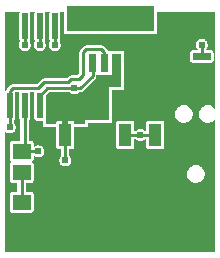
<source format=gbr>
G04 start of page 2 for group 0 idx 0 *
G04 Title: (unknown), top *
G04 Creator: pcb 4.0.2 *
G04 CreationDate: Mon Jan 25 18:06:35 2021 UTC *
G04 For: ndholmes *
G04 Format: Gerber/RS-274X *
G04 PCB-Dimensions (mil): 950.00 1050.00 *
G04 PCB-Coordinate-Origin: lower left *
%MOIN*%
%FSLAX25Y25*%
%LNTOP*%
%ADD16C,0.0390*%
%ADD15C,0.0120*%
%ADD14C,0.0240*%
%ADD13C,0.0200*%
%ADD12C,0.0100*%
%ADD11C,0.0001*%
G54D11*G36*
X48000Y78500D02*X51000D01*
Y67500D01*
X48000D01*
Y78500D01*
G37*
G36*
X51000Y67500D02*X39838D01*
X42478Y70139D01*
X42517Y70172D01*
X42649Y70328D01*
X42649Y70328D01*
X42756Y70502D01*
X42835Y70692D01*
X42882Y70890D01*
X42898Y71094D01*
X42894Y71145D01*
Y71458D01*
X42932Y71458D01*
X43085Y71495D01*
X43098Y71500D01*
X44028D01*
X44041Y71495D01*
X44194Y71458D01*
X44350Y71449D01*
X46869Y71458D01*
X47022Y71495D01*
X47035Y71500D01*
X51000D01*
Y67500D01*
G37*
G36*
X78000Y56329D02*X78261Y56106D01*
X78657Y55863D01*
X79086Y55686D01*
X79537Y55577D01*
X80000Y55541D01*
X80463Y55577D01*
X80914Y55686D01*
X81343Y55863D01*
X81739Y56106D01*
X82092Y56408D01*
X82394Y56761D01*
X82500Y56934D01*
Y12500D01*
X78000D01*
Y36329D01*
X78092Y36408D01*
X78394Y36761D01*
X78637Y37157D01*
X78814Y37586D01*
X78923Y38037D01*
X78950Y38500D01*
X78923Y38963D01*
X78814Y39414D01*
X78637Y39843D01*
X78394Y40239D01*
X78092Y40592D01*
X78000Y40671D01*
Y56329D01*
G37*
G36*
Y92500D02*X82500D01*
Y60066D01*
X82394Y60239D01*
X82092Y60592D01*
X81739Y60894D01*
X81343Y61137D01*
X80914Y61314D01*
X80463Y61423D01*
X80000Y61459D01*
X79537Y61423D01*
X79086Y61314D01*
X78657Y61137D01*
X78261Y60894D01*
X78000Y60671D01*
Y75524D01*
X81110Y75529D01*
X81263Y75566D01*
X81408Y75626D01*
X81542Y75708D01*
X81662Y75810D01*
X81764Y75930D01*
X81847Y76064D01*
X81907Y76210D01*
X81943Y76363D01*
X81953Y76520D01*
X81943Y78842D01*
X81907Y78995D01*
X81847Y79140D01*
X81764Y79275D01*
X81662Y79394D01*
X81542Y79497D01*
X81408Y79579D01*
X81263Y79639D01*
X81110Y79676D01*
X80953Y79685D01*
X79300Y79683D01*
Y79980D01*
X79419Y80081D01*
X79623Y80321D01*
X79788Y80589D01*
X79908Y80880D01*
X79981Y81186D01*
X80000Y81500D01*
X79981Y81814D01*
X79908Y82120D01*
X79788Y82411D01*
X79623Y82679D01*
X79419Y82919D01*
X79179Y83123D01*
X78911Y83288D01*
X78620Y83408D01*
X78314Y83481D01*
X78000Y83506D01*
Y92500D01*
G37*
G36*
X71995D02*X78000D01*
Y83506D01*
X77686Y83481D01*
X77380Y83408D01*
X77089Y83288D01*
X76821Y83123D01*
X76581Y82919D01*
X76377Y82679D01*
X76212Y82411D01*
X76092Y82120D01*
X76019Y81814D01*
X75994Y81500D01*
X76019Y81186D01*
X76092Y80880D01*
X76212Y80589D01*
X76377Y80321D01*
X76581Y80081D01*
X76700Y79980D01*
Y79679D01*
X74890Y79676D01*
X74737Y79639D01*
X74592Y79579D01*
X74458Y79497D01*
X74338Y79394D01*
X74236Y79275D01*
X74153Y79140D01*
X74093Y78995D01*
X74057Y78842D01*
X74047Y78685D01*
X74057Y76363D01*
X74093Y76210D01*
X74153Y76064D01*
X74236Y75930D01*
X74338Y75810D01*
X74458Y75708D01*
X74592Y75626D01*
X74737Y75566D01*
X74890Y75529D01*
X75047Y75520D01*
X78000Y75524D01*
Y60671D01*
X77908Y60592D01*
X77606Y60239D01*
X77363Y59843D01*
X77186Y59414D01*
X77077Y58963D01*
X77041Y58500D01*
X77077Y58037D01*
X77186Y57586D01*
X77363Y57157D01*
X77606Y56761D01*
X77908Y56408D01*
X78000Y56329D01*
Y40671D01*
X77739Y40894D01*
X77343Y41137D01*
X76914Y41314D01*
X76463Y41423D01*
X76000Y41459D01*
X75537Y41423D01*
X75086Y41314D01*
X74657Y41137D01*
X74261Y40894D01*
X73908Y40592D01*
X73606Y40239D01*
X73363Y39843D01*
X73186Y39414D01*
X73077Y38963D01*
X73041Y38500D01*
X73077Y38037D01*
X73186Y37586D01*
X73363Y37157D01*
X73606Y36761D01*
X73908Y36408D01*
X74261Y36106D01*
X74657Y35863D01*
X75086Y35686D01*
X75537Y35577D01*
X76000Y35541D01*
X76463Y35577D01*
X76914Y35686D01*
X77343Y35863D01*
X77739Y36106D01*
X78000Y36329D01*
Y12500D01*
X71995D01*
Y55541D01*
X72000Y55541D01*
X72463Y55577D01*
X72914Y55686D01*
X73343Y55863D01*
X73739Y56106D01*
X74092Y56408D01*
X74394Y56761D01*
X74637Y57157D01*
X74814Y57586D01*
X74923Y58037D01*
X74950Y58500D01*
X74923Y58963D01*
X74814Y59414D01*
X74637Y59843D01*
X74394Y60239D01*
X74092Y60592D01*
X73739Y60894D01*
X73343Y61137D01*
X72914Y61314D01*
X72463Y61423D01*
X72000Y61459D01*
X71995Y61459D01*
Y92500D01*
G37*
G36*
X57500Y85000D02*X63000D01*
Y92500D01*
X71995D01*
Y61459D01*
X71537Y61423D01*
X71086Y61314D01*
X70657Y61137D01*
X70261Y60894D01*
X69908Y60592D01*
X69606Y60239D01*
X69363Y59843D01*
X69186Y59414D01*
X69077Y58963D01*
X69041Y58500D01*
X69077Y58037D01*
X69186Y57586D01*
X69363Y57157D01*
X69606Y56761D01*
X69908Y56408D01*
X70261Y56106D01*
X70657Y55863D01*
X71086Y55686D01*
X71537Y55577D01*
X71995Y55541D01*
Y12500D01*
X57500D01*
Y49494D01*
X57814Y49519D01*
X58120Y49592D01*
X58411Y49712D01*
X58679Y49877D01*
X58919Y50081D01*
X59020Y50200D01*
X59456D01*
X59459Y47593D01*
X59496Y47440D01*
X59556Y47295D01*
X59638Y47160D01*
X59741Y47041D01*
X59860Y46938D01*
X59995Y46856D01*
X60140Y46796D01*
X60293Y46759D01*
X60450Y46750D01*
X64707Y46759D01*
X64860Y46796D01*
X65005Y46856D01*
X65140Y46938D01*
X65259Y47041D01*
X65362Y47160D01*
X65444Y47295D01*
X65504Y47440D01*
X65541Y47593D01*
X65550Y47750D01*
X65541Y55407D01*
X65504Y55560D01*
X65444Y55705D01*
X65362Y55840D01*
X65259Y55959D01*
X65140Y56062D01*
X65005Y56144D01*
X64860Y56204D01*
X64707Y56241D01*
X64550Y56250D01*
X60293Y56241D01*
X60140Y56204D01*
X59995Y56144D01*
X59860Y56062D01*
X59741Y55959D01*
X59638Y55840D01*
X59556Y55705D01*
X59496Y55560D01*
X59459Y55407D01*
X59450Y55250D01*
X59453Y52800D01*
X59020D01*
X58919Y52919D01*
X58679Y53123D01*
X58411Y53288D01*
X58120Y53408D01*
X57814Y53481D01*
X57500Y53506D01*
Y85000D01*
G37*
G36*
X17225Y65700D02*X17207Y65626D01*
X17200Y65500D01*
X17207Y56874D01*
X17237Y56752D01*
X17285Y56636D01*
X17351Y56528D01*
X17433Y56433D01*
X17500Y56375D01*
Y49597D01*
X14891Y49593D01*
X14738Y49556D01*
X14593Y49496D01*
X14458Y49414D01*
X14339Y49311D01*
X14236Y49192D01*
X14154Y49057D01*
X14094Y48912D01*
X14057Y48759D01*
X14048Y48602D01*
X14057Y43327D01*
X14094Y43174D01*
X14154Y43029D01*
X14236Y42894D01*
X14339Y42775D01*
X14458Y42672D01*
X14593Y42590D01*
X14738Y42530D01*
X14863Y42500D01*
X14738Y42470D01*
X14593Y42410D01*
X14458Y42328D01*
X14339Y42225D01*
X14236Y42106D01*
X14154Y41971D01*
X14094Y41826D01*
X14057Y41673D01*
X14048Y41516D01*
X14057Y36241D01*
X14094Y36088D01*
X14154Y35943D01*
X14236Y35808D01*
X14339Y35689D01*
X14458Y35586D01*
X14593Y35504D01*
X14738Y35444D01*
X14891Y35407D01*
X15048Y35398D01*
X16500Y35400D01*
Y32595D01*
X14891Y32593D01*
X14738Y32556D01*
X14593Y32496D01*
X14458Y32414D01*
X14339Y32311D01*
X14236Y32192D01*
X14154Y32057D01*
X14094Y31912D01*
X14057Y31759D01*
X14048Y31602D01*
X14057Y26327D01*
X14094Y26174D01*
X14154Y26029D01*
X14236Y25894D01*
X14339Y25775D01*
X14458Y25672D01*
X14593Y25590D01*
X14738Y25530D01*
X14891Y25493D01*
X15048Y25484D01*
X21109Y25493D01*
X21262Y25530D01*
X21407Y25590D01*
X21542Y25672D01*
X21661Y25775D01*
X21764Y25894D01*
X21846Y26029D01*
X21906Y26174D01*
X21943Y26327D01*
X21952Y26484D01*
X21943Y31759D01*
X21906Y31912D01*
X21846Y32057D01*
X21764Y32192D01*
X21661Y32311D01*
X21542Y32414D01*
X21407Y32496D01*
X21262Y32556D01*
X21109Y32593D01*
X20952Y32602D01*
X19500Y32600D01*
Y35405D01*
X21109Y35407D01*
X21262Y35444D01*
X21407Y35504D01*
X21542Y35586D01*
X21661Y35689D01*
X21764Y35808D01*
X21846Y35943D01*
X21906Y36088D01*
X21943Y36241D01*
X21952Y36398D01*
X21943Y41673D01*
X21906Y41826D01*
X21846Y41971D01*
X21764Y42106D01*
X21661Y42225D01*
X21542Y42328D01*
X21407Y42410D01*
X21262Y42470D01*
X21137Y42500D01*
X21262Y42530D01*
X21407Y42590D01*
X21542Y42672D01*
X21661Y42775D01*
X21764Y42894D01*
X21846Y43029D01*
X21906Y43174D01*
X21943Y43327D01*
X21952Y43484D01*
X21950Y44736D01*
X22081Y44581D01*
X22321Y44377D01*
X22589Y44212D01*
X22880Y44092D01*
X23186Y44019D01*
X23500Y43994D01*
X23814Y44019D01*
X24120Y44092D01*
X24411Y44212D01*
X24679Y44377D01*
X24919Y44581D01*
X25123Y44821D01*
X25288Y45089D01*
X25408Y45380D01*
X25481Y45686D01*
X25500Y46000D01*
X25481Y46314D01*
X25408Y46620D01*
X25288Y46911D01*
X25123Y47179D01*
X24919Y47419D01*
X24679Y47623D01*
X24411Y47788D01*
X24120Y47908D01*
X23814Y47981D01*
X23500Y48006D01*
X23186Y47981D01*
X22880Y47908D01*
X22589Y47788D01*
X22321Y47623D01*
X22081Y47419D01*
X22017Y47343D01*
X21945D01*
X21943Y48759D01*
X21906Y48912D01*
X21846Y49057D01*
X21764Y49192D01*
X21661Y49311D01*
X21542Y49414D01*
X21407Y49496D01*
X21262Y49556D01*
X21109Y49593D01*
X20952Y49602D01*
X20500Y49601D01*
Y56375D01*
X20567Y56433D01*
X20649Y56528D01*
X20715Y56636D01*
X20763Y56752D01*
X20793Y56874D01*
X20800Y57000D01*
X20793Y65626D01*
X20775Y65700D01*
X22225D01*
X22207Y65626D01*
X22200Y65500D01*
X22207Y56874D01*
X22237Y56752D01*
X22285Y56636D01*
X22351Y56528D01*
X22433Y56433D01*
X22528Y56351D01*
X22636Y56285D01*
X22752Y56237D01*
X22874Y56207D01*
X23000Y56200D01*
X25000Y56207D01*
Y54000D01*
X29452D01*
X29459Y47593D01*
X29496Y47440D01*
X29556Y47295D01*
X29638Y47160D01*
X29741Y47041D01*
X29860Y46938D01*
X29995Y46856D01*
X30140Y46796D01*
X30293Y46759D01*
X30450Y46750D01*
X31200Y46752D01*
Y44520D01*
X31081Y44419D01*
X30877Y44179D01*
X30712Y43911D01*
X30592Y43620D01*
X30519Y43314D01*
X30494Y43000D01*
X30519Y42686D01*
X30592Y42380D01*
X30712Y42089D01*
X30877Y41821D01*
X31081Y41581D01*
X31321Y41377D01*
X31589Y41212D01*
X31880Y41092D01*
X32186Y41019D01*
X32500Y40994D01*
X32814Y41019D01*
X33120Y41092D01*
X33411Y41212D01*
X33679Y41377D01*
X33919Y41581D01*
X34123Y41821D01*
X34288Y42089D01*
X34408Y42380D01*
X34481Y42686D01*
X34500Y43000D01*
X34481Y43314D01*
X34408Y43620D01*
X34288Y43911D01*
X34123Y44179D01*
X33919Y44419D01*
X33800Y44520D01*
Y46757D01*
X34707Y46759D01*
X34860Y46796D01*
X35005Y46856D01*
X35140Y46938D01*
X35259Y47041D01*
X35362Y47160D01*
X35444Y47295D01*
X35504Y47440D01*
X35541Y47593D01*
X35550Y47750D01*
X35542Y54000D01*
X48000D01*
Y66500D01*
X52000D01*
Y79500D01*
X47035D01*
X47022Y79505D01*
X46869Y79542D01*
X46712Y79551D01*
X46679Y79551D01*
X46662Y79592D01*
X46620Y79660D01*
X46555Y79766D01*
X46555Y79767D01*
X46422Y79922D01*
X46383Y79955D01*
X45455Y80883D01*
X45422Y80922D01*
X45267Y81055D01*
X45266Y81055D01*
X45160Y81120D01*
X45092Y81162D01*
X44981Y81208D01*
X44903Y81240D01*
X44855Y81252D01*
X44704Y81288D01*
X44704Y81288D01*
X44500Y81304D01*
X44449Y81300D01*
X39551D01*
X39500Y81304D01*
X39296Y81288D01*
X39097Y81240D01*
X38908Y81162D01*
X38734Y81055D01*
X38733Y81055D01*
X38578Y80922D01*
X38545Y80883D01*
X37617Y79955D01*
X37578Y79922D01*
X37445Y79766D01*
X37338Y79592D01*
X37260Y79403D01*
X37212Y79204D01*
X37212Y79204D01*
X37196Y79000D01*
X37200Y78949D01*
Y72038D01*
X36462Y71300D01*
X34551D01*
X34500Y71304D01*
X34296Y71288D01*
X34097Y71240D01*
X33908Y71162D01*
X33734Y71055D01*
X33733Y71055D01*
X33578Y70922D01*
X33545Y70883D01*
X32962Y70300D01*
X25551D01*
X25500Y70304D01*
X25296Y70288D01*
X25097Y70240D01*
X24908Y70162D01*
X24734Y70055D01*
X24733Y70055D01*
X24578Y69922D01*
X24545Y69883D01*
X22962Y68300D01*
X15051D01*
X15000Y68304D01*
X14796Y68288D01*
X14597Y68240D01*
X14408Y68162D01*
X14234Y68055D01*
X14233Y68055D01*
X14078Y67922D01*
X14045Y67883D01*
X13117Y66955D01*
X13078Y66922D01*
X12945Y66766D01*
X12838Y66592D01*
X12760Y66403D01*
X12723Y66251D01*
X12636Y66215D01*
X12528Y66149D01*
X12500Y66125D01*
Y92500D01*
X17375D01*
X17351Y92472D01*
X17285Y92364D01*
X17237Y92248D01*
X17207Y92126D01*
X17200Y92000D01*
X17207Y83374D01*
X17237Y83252D01*
X17285Y83136D01*
X17351Y83028D01*
X17433Y82933D01*
X17526Y82853D01*
X17377Y82679D01*
X17212Y82411D01*
X17092Y82120D01*
X17019Y81814D01*
X16994Y81500D01*
X17019Y81186D01*
X17092Y80880D01*
X17212Y80589D01*
X17377Y80321D01*
X17581Y80081D01*
X17821Y79877D01*
X18089Y79712D01*
X18380Y79592D01*
X18686Y79519D01*
X19000Y79494D01*
X19314Y79519D01*
X19620Y79592D01*
X19911Y79712D01*
X20179Y79877D01*
X20419Y80081D01*
X20623Y80321D01*
X20788Y80589D01*
X20908Y80880D01*
X20981Y81186D01*
X21000Y81500D01*
X20981Y81814D01*
X20908Y82120D01*
X20788Y82411D01*
X20623Y82679D01*
X20474Y82853D01*
X20567Y82933D01*
X20649Y83028D01*
X20715Y83136D01*
X20763Y83252D01*
X20793Y83374D01*
X20800Y83500D01*
X20793Y92126D01*
X20763Y92248D01*
X20715Y92364D01*
X20649Y92472D01*
X20625Y92500D01*
X22375D01*
X22351Y92472D01*
X22285Y92364D01*
X22237Y92248D01*
X22207Y92126D01*
X22200Y92000D01*
X22207Y83374D01*
X22237Y83252D01*
X22285Y83136D01*
X22351Y83028D01*
X22433Y82933D01*
X22526Y82853D01*
X22377Y82679D01*
X22212Y82411D01*
X22092Y82120D01*
X22019Y81814D01*
X21994Y81500D01*
X22019Y81186D01*
X22092Y80880D01*
X22212Y80589D01*
X22377Y80321D01*
X22581Y80081D01*
X22821Y79877D01*
X23089Y79712D01*
X23380Y79592D01*
X23686Y79519D01*
X24000Y79494D01*
X24314Y79519D01*
X24620Y79592D01*
X24911Y79712D01*
X25179Y79877D01*
X25419Y80081D01*
X25623Y80321D01*
X25788Y80589D01*
X25908Y80880D01*
X25981Y81186D01*
X26000Y81500D01*
X25981Y81814D01*
X25908Y82120D01*
X25788Y82411D01*
X25623Y82679D01*
X25474Y82853D01*
X25567Y82933D01*
X25649Y83028D01*
X25715Y83136D01*
X25763Y83252D01*
X25793Y83374D01*
X25800Y83500D01*
X25793Y92126D01*
X25763Y92248D01*
X25715Y92364D01*
X25649Y92472D01*
X25625Y92500D01*
X27375D01*
X27351Y92472D01*
X27285Y92364D01*
X27237Y92248D01*
X27207Y92126D01*
X27200Y92000D01*
X27207Y83374D01*
X27237Y83252D01*
X27285Y83136D01*
X27351Y83028D01*
X27433Y82933D01*
X27526Y82853D01*
X27377Y82679D01*
X27212Y82411D01*
X27092Y82120D01*
X27019Y81814D01*
X26994Y81500D01*
X27019Y81186D01*
X27092Y80880D01*
X27212Y80589D01*
X27377Y80321D01*
X27581Y80081D01*
X27821Y79877D01*
X28089Y79712D01*
X28380Y79592D01*
X28686Y79519D01*
X29000Y79494D01*
X29314Y79519D01*
X29620Y79592D01*
X29911Y79712D01*
X30179Y79877D01*
X30419Y80081D01*
X30623Y80321D01*
X30788Y80589D01*
X30908Y80880D01*
X30981Y81186D01*
X31000Y81500D01*
X30981Y81814D01*
X30908Y82120D01*
X30788Y82411D01*
X30623Y82679D01*
X30474Y82853D01*
X30567Y82933D01*
X30649Y83028D01*
X30715Y83136D01*
X30763Y83252D01*
X30793Y83374D01*
X30800Y83500D01*
X30793Y92126D01*
X30763Y92248D01*
X30715Y92364D01*
X30649Y92472D01*
X30625Y92500D01*
X32000D01*
Y85000D01*
X57500D01*
Y53506D01*
X57186Y53481D01*
X56880Y53408D01*
X56589Y53288D01*
X56321Y53123D01*
X56081Y52919D01*
X55980Y52800D01*
X55544D01*
X55541Y55407D01*
X55504Y55560D01*
X55444Y55705D01*
X55362Y55840D01*
X55259Y55959D01*
X55140Y56062D01*
X55005Y56144D01*
X54860Y56204D01*
X54707Y56241D01*
X54550Y56250D01*
X50293Y56241D01*
X50140Y56204D01*
X49995Y56144D01*
X49860Y56062D01*
X49741Y55959D01*
X49638Y55840D01*
X49556Y55705D01*
X49496Y55560D01*
X49459Y55407D01*
X49450Y55250D01*
X49459Y47593D01*
X49496Y47440D01*
X49556Y47295D01*
X49638Y47160D01*
X49741Y47041D01*
X49860Y46938D01*
X49995Y46856D01*
X50140Y46796D01*
X50293Y46759D01*
X50450Y46750D01*
X54707Y46759D01*
X54860Y46796D01*
X55005Y46856D01*
X55140Y46938D01*
X55259Y47041D01*
X55362Y47160D01*
X55444Y47295D01*
X55504Y47440D01*
X55541Y47593D01*
X55550Y47750D01*
X55547Y50200D01*
X55980D01*
X56081Y50081D01*
X56321Y49877D01*
X56589Y49712D01*
X56880Y49592D01*
X57186Y49519D01*
X57500Y49494D01*
Y12500D01*
X12500D01*
Y52677D01*
X12581Y52581D01*
X12821Y52377D01*
X13089Y52212D01*
X13380Y52092D01*
X13686Y52019D01*
X14000Y51994D01*
X14314Y52019D01*
X14620Y52092D01*
X14911Y52212D01*
X15179Y52377D01*
X15419Y52581D01*
X15623Y52821D01*
X15788Y53089D01*
X15908Y53380D01*
X15981Y53686D01*
X16000Y54000D01*
X15981Y54314D01*
X15908Y54620D01*
X15788Y54911D01*
X15623Y55179D01*
X15419Y55419D01*
X15300Y55520D01*
Y56258D01*
X15364Y56285D01*
X15472Y56351D01*
X15567Y56433D01*
X15649Y56528D01*
X15715Y56636D01*
X15763Y56752D01*
X15793Y56874D01*
X15800Y57000D01*
X15793Y65626D01*
X15775Y65700D01*
X17225D01*
G37*
G36*
X33000Y86000D02*Y94500D01*
X62000D01*
Y86000D01*
X33000D01*
G37*
G36*
X39000Y55000D02*X35541D01*
X35541Y55407D01*
X35504Y55560D01*
X35444Y55705D01*
X35362Y55840D01*
X35259Y55959D01*
X35140Y56062D01*
X35005Y56144D01*
X34860Y56204D01*
X34707Y56241D01*
X34550Y56250D01*
X30293Y56241D01*
X30140Y56204D01*
X29995Y56144D01*
X29860Y56062D01*
X29741Y55959D01*
X29638Y55840D01*
X29556Y55705D01*
X29496Y55560D01*
X29459Y55407D01*
X29450Y55250D01*
X29450Y55000D01*
X26000D01*
Y64662D01*
X27038Y65700D01*
X33980D01*
X34081Y65581D01*
X34321Y65377D01*
X34589Y65212D01*
X34880Y65092D01*
X35186Y65019D01*
X35500Y64994D01*
X35814Y65019D01*
X36120Y65092D01*
X36411Y65212D01*
X36679Y65377D01*
X36919Y65581D01*
X37020Y65700D01*
X37449D01*
X37500Y65696D01*
X37704Y65712D01*
X37704Y65712D01*
X37903Y65760D01*
X38092Y65838D01*
X38266Y65945D01*
X38422Y66078D01*
X38455Y66117D01*
X40838Y68500D01*
X47000D01*
Y56500D01*
X39000D01*
Y55000D01*
G37*
G36*
X40000Y55500D02*X49000D01*
Y53000D01*
X40000D01*
Y55500D01*
G37*
G54D12*X18000Y29043D02*Y38957D01*
X19000Y61250D02*Y46000D01*
X18000Y46043D02*X23500D01*
X25500Y69000D02*X23500Y67000D01*
X24000Y61250D02*Y64500D01*
X26500Y67000D01*
X37500D01*
X25500Y69000D02*X33500D01*
X23500Y67000D02*X15000D01*
X14000Y66000D01*
Y54000D01*
X32500Y50000D02*Y43000D01*
G54D13*Y50000D02*Y58000D01*
G54D12*X39500Y80000D02*X44500D01*
X45500Y79000D01*
Y75531D01*
X45531Y75500D01*
X38500Y79000D02*X39500Y80000D01*
X78000Y77602D02*Y81500D01*
X19000Y82000D02*Y87750D01*
X24000Y82000D02*Y87750D01*
X29000Y82000D02*Y87750D01*
X37500Y67000D02*X41594Y71094D01*
Y75500D01*
X37000Y70000D02*X38500Y71500D01*
Y79000D02*Y71500D01*
X33500Y69000D02*X34500Y70000D01*
X37000D01*
X62500Y51500D02*X52500D01*
G54D11*G36*
X75047Y78685D02*Y76520D01*
X80953D01*
Y78685D01*
X75047D01*
G37*
G36*
Y91480D02*Y89315D01*
X80953D01*
Y91480D01*
X75047D01*
G37*
G36*
X60886Y94299D02*X56162D01*
Y87213D01*
X60886D01*
Y94299D01*
G37*
G36*
X46516Y65452D02*X41398D01*
Y59548D01*
X46516D01*
Y65452D01*
G37*
G36*
X30000Y65500D02*X28000D01*
Y57000D01*
X30000D01*
Y65500D01*
G37*
G36*
X53602Y65452D02*X48484D01*
Y59548D01*
X53602D01*
Y65452D01*
G37*
G36*
X54587Y78551D02*X52225D01*
Y72449D01*
X54587D01*
Y78551D01*
G37*
G36*
X50650D02*X48288D01*
Y72449D01*
X50650D01*
Y78551D01*
G37*
G36*
X46712D02*X44350D01*
Y72449D01*
X46712D01*
Y78551D01*
G37*
G36*
X42775D02*X40413D01*
Y72449D01*
X42775D01*
Y78551D01*
G37*
G36*
X38838Y94299D02*X34114D01*
Y87213D01*
X38838D01*
Y94299D01*
G37*
G36*
X30000Y92000D02*X28000D01*
Y83500D01*
X30000D01*
Y92000D01*
G37*
G36*
X25000D02*X23000D01*
Y83500D01*
X25000D01*
Y92000D01*
G37*
G36*
X20000D02*X18000D01*
Y83500D01*
X20000D01*
Y92000D01*
G37*
G36*
X15000D02*X13000D01*
Y83500D01*
X15000D01*
Y92000D01*
G37*
G36*
Y65500D02*X13000D01*
Y57000D01*
X15000D01*
Y65500D01*
G37*
G36*
X20000D02*X18000D01*
Y57000D01*
X20000D01*
Y65500D01*
G37*
G36*
X25000D02*X23000D01*
Y57000D01*
X25000D01*
Y65500D01*
G37*
G36*
X15048Y41516D02*Y36398D01*
X20952D01*
Y41516D01*
X15048D01*
G37*
G36*
Y48602D02*Y43484D01*
X20952D01*
Y48602D01*
X15048D01*
G37*
G36*
Y24516D02*Y19398D01*
X20952D01*
Y24516D01*
X15048D01*
G37*
G36*
Y31602D02*Y26484D01*
X20952D01*
Y31602D01*
X15048D01*
G37*
G36*
X34550Y55250D02*X30450D01*
Y47750D01*
X34550D01*
Y55250D01*
G37*
G36*
X44550D02*X40450D01*
Y47750D01*
X44550D01*
Y55250D01*
G37*
G36*
X54550D02*X50450D01*
Y47750D01*
X54550D01*
Y55250D01*
G37*
G36*
X64550D02*X60450D01*
Y47750D01*
X64550D01*
Y55250D01*
G37*
G54D14*X78000Y81500D03*
X19000D03*
X24000D03*
X29000D03*
X23500Y46000D03*
X32500Y43000D03*
X14000Y54000D03*
X35500Y67000D03*
X76000Y62500D03*
X57500Y51500D03*
G54D15*G54D16*M02*

</source>
